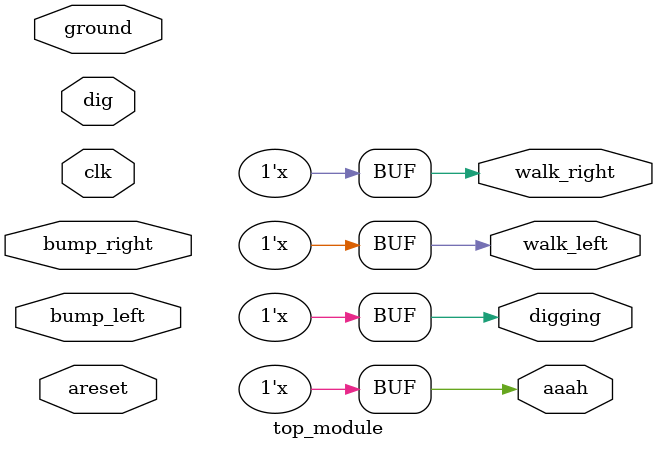
<source format=sv>
module top_module (
    input clk,
    input areset,
    input bump_left,
    input bump_right,
    input ground,
    input dig,
    output walk_left,
    output walk_right,
    output aaah,
    output digging
);

    reg walk_left;
    reg walk_right;
    reg aaah;
    reg digging;
    reg [1:0] state;

    always @(posedge clk or posedge areset)
        if (areset)
            state <= 2'b01;
        else
            case (state)
                2'b00: begin // Walking left state
                    walk_left = 1;
                    walk_right = 0;
                    aaah = 0;
                    digging = 0;
                    if (bump_left)
                        state <= 2'b10;
                    else if (bump_right)
                        state <= 2'b11;
                    else if (~ground)
                        state <= 2'b00;
                end
                2'b01: begin // Walking right state
                    walk_left = 0;
                    walk_right = 1;
                    aaah = 0;
                    digging = 0;
                    if (bump_right)
                        state <= 2'b00;
                    else if (bump_left)
                        state <= 2'b11;
                    else if (~ground)
                        state <= 2'b00;
                end
                2'b10: begin // Bumped left state
                    walk_left = 0;
                    walk_right = 1;
                    aaah = 0;
                    digging = 0;
                    if (bump_right)
                        state <= 2'b00;
                    else if (~ground)
                        state <= 2'b00;
                end
                2'b11: begin // Bumped right state
                    walk_left = 1;
                    walk_right = 0;
                    aaah = 0;
                    digging = 0;
                    if (bump_left)
                        state <= 2'b10;
                    else if (~ground)
                        state <= 2'b00;
                end
            endcase
    
    always @(state, ground, dig)
        case (state)
            2'b00: begin // Falling state
                walk_left = 0;
                walk_right = 0;
                aaah = 1;
                digging = 0;
                if (ground)
                    if (dig)
                        state <= 2'b00;
                    else
                        state <= 2'b01;
            end
            2'b01: begin // Walking on ground state
                walk_left = walk_left;
                walk_right = walk_right;
                aaah = 0;
                digging = 0;
                if (~ground)
                    if (dig)
                        state <= 2'b00;
                    else
                        state <= 2'b00;
            end
        endcase

endmodule

</source>
